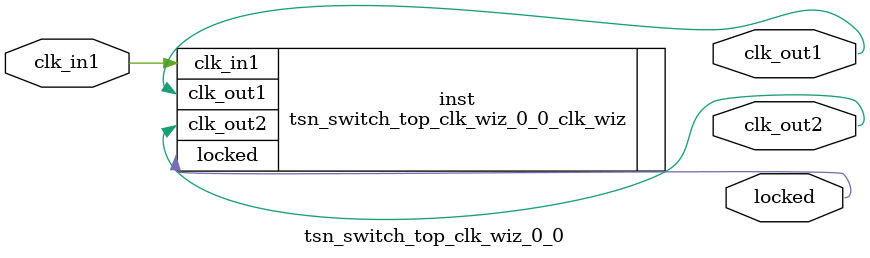
<source format=v>


`timescale 1ps/1ps

(* CORE_GENERATION_INFO = "tsn_switch_top_clk_wiz_0_0,clk_wiz_v6_0_5_0_0,{component_name=tsn_switch_top_clk_wiz_0_0,use_phase_alignment=true,use_min_o_jitter=false,use_max_i_jitter=false,use_dyn_phase_shift=false,use_inclk_switchover=false,use_dyn_reconfig=false,enable_axi=0,feedback_source=FDBK_AUTO,PRIMITIVE=MMCM,num_out_clk=2,clkin1_period=20.000,clkin2_period=10.0,use_power_down=false,use_reset=false,use_locked=true,use_inclk_stopped=false,feedback_type=SINGLE,CLOCK_MGR_TYPE=NA,manual_override=false}" *)

module tsn_switch_top_clk_wiz_0_0 
 (
  // Clock out ports
  output        clk_out1,
  output        clk_out2,
  // Status and control signals
  output        locked,
 // Clock in ports
  input         clk_in1
 );

  tsn_switch_top_clk_wiz_0_0_clk_wiz inst
  (
  // Clock out ports  
  .clk_out1(clk_out1),
  .clk_out2(clk_out2),
  // Status and control signals               
  .locked(locked),
 // Clock in ports
  .clk_in1(clk_in1)
  );

endmodule

</source>
